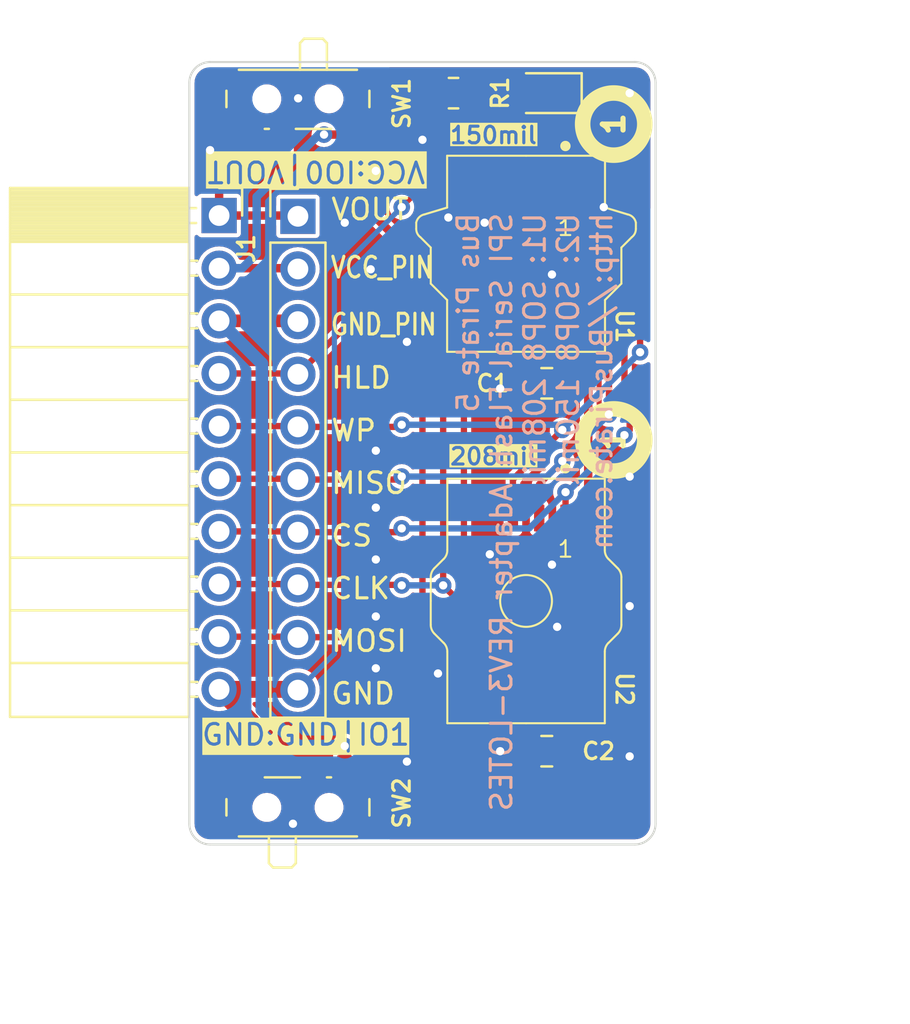
<source format=kicad_pcb>
(kicad_pcb (version 20221018) (generator pcbnew)
  (layers (0 "F.Cu" signal) (31 "B.Cu" signal) (34 "B.Paste" user) (35 "F.Paste" user) (36 "B.SilkS" user "B.Silkscreen") (37 "F.SilkS" user "F.Silkscreen") (38 "B.Mask" user) (39 "F.Mask" user) (44 "Edge.Cuts" user))
  (net 0 "")
  (net 1 "Net-(D1-A)")
  (net 2 "VOUT")
  (net 3 "GND")
  (net 4 "CDI")
  (net 5 "CS")
  (net 6 "SCLK")
  (net 7 "CDO")
  (net 8 "VCC_PIN")
  (net 9 "GND_PIN")
  (net 10 "WP")
  (net 11 "HOLD")
  (net 12 "VCC_CHIP")
  (net 13 "GND_CHIP")
  (footprint "LED_SMD:LED_0805_2012Metric" (layer "F.Cu") (at 154.25 69.5 180)
    (fp_text reference "D1" hide)
    (fp_text value "LED")
    (fp_line (start -1.685 -0.96) (end -1.685 0.96) (stroke (width 0.12)) (layer "F.SilkS"))
    (fp_line (start -1.685 0.96) (end 1 0.96) (stroke (width 0.12)) (layer "F.SilkS"))
    (fp_line (start 1 -0.96) (end -1.685 -0.96) (stroke (width 0.12)) (layer "F.SilkS"))
    (pad "1" smd roundrect (at -0.9375 0 180) (size 0.975 1.4) (layers "F.Cu" "F.Paste" "F.Mask") (net 3 "GND"))
    (pad "2" smd roundrect (at 0.9375 0 180) (size 0.975 1.4) (layers "F.Cu" "F.Paste" "F.Mask") (net 1 "Net-(D1-A)"))
  )
  (footprint "Button_Switch_SMD:SW_SPDT_PCM12" (layer "F.Cu") (at 142.24 70.104 180)
    (fp_text reference "SW1" (at -5.01 0.104 90) (layer "F.SilkS") (effects (font (size 0.8 0.8))))
    (fp_text value "SW_SPDT")
    (fp_line (start -3.45 -0.07) (end -3.45 0.72) (stroke (width 0.12)) (layer "F.SilkS"))
    (fp_line (start -2.85 1.73) (end 2.85 1.73) (stroke (width 0.12)) (layer "F.SilkS"))
    (fp_line (start -1.6 -1.12) (end 0.1 -1.12) (stroke (width 0.12)) (layer "F.SilkS"))
    (fp_line (start -1.4 1.73) (end -1.4 3.02) (stroke (width 0.12)) (layer "F.SilkS"))
    (fp_line (start -1.4 3.02) (end -1.2 3.23) (stroke (width 0.12)) (layer "F.SilkS"))
    (fp_line (start -1.2 3.23) (end -0.3 3.23) (stroke (width 0.12)) (layer "F.SilkS"))
    (fp_line (start -0.1 3.02) (end -0.3 3.23) (stroke (width 0.12)) (layer "F.SilkS"))
    (fp_line (start -0.1 3.02) (end -0.1 1.73) (stroke (width 0.12)) (layer "F.SilkS"))
    (fp_line (start 1.4 -1.12) (end 1.6 -1.12) (stroke (width 0.12)) (layer "F.SilkS"))
    (fp_line (start 3.45 0.72) (end 3.45 -0.07) (stroke (width 0.12)) (layer "F.SilkS"))
    (pad "" smd rect (at -3.65 -0.78 180) (size 1 0.8) (layers "F.Cu" "F.Paste" "F.Mask"))
    (pad "" smd rect (at -3.65 1.43 180) (size 1 0.8) (layers "F.Cu" "F.Paste" "F.Mask"))
    (pad "" np_thru_hole circle (at -1.5 0.33 180) (size 0.9 0.9) (drill 0.9) (layers "*.Cu" "*.Mask"))
    (pad "" np_thru_hole circle (at 1.5 0.33 180) (size 0.9 0.9) (drill 0.9) (layers "*.Cu" "*.Mask"))
    (pad "" smd rect (at 3.65 -0.78 180) (size 1 0.8) (layers "F.Cu" "F.Paste" "F.Mask"))
    (pad "" smd rect (at 3.65 1.43 180) (size 1 0.8) (layers "F.Cu" "F.Paste" "F.Mask"))
    (pad "1" smd rect (at -2.25 -1.43 180) (size 0.7 1.5) (layers "F.Cu" "F.Paste" "F.Mask") (net 8 "VCC_PIN"))
    (pad "2" smd rect (at 0.75 -1.43 180) (size 0.7 1.5) (layers "F.Cu" "F.Paste" "F.Mask") (net 12 "VCC_CHIP"))
    (pad "3" smd rect (at 2.25 -1.43 180) (size 0.7 1.5) (layers "F.Cu" "F.Paste" "F.Mask") (net 2 "VOUT"))
  )
  (footprint "TEST_SOCKETS:ASPI0001-P001A" (layer "F.Cu") (at 153.25 77.25)
    (fp_text reference "U1" (at 4.75 3.5 -90 unlocked) (layer "F.SilkS") (effects (font (size 0.8 0.8))))
    (fp_text value "25LCxxx")
    (fp_text user "1" (at 1.905 -1.27 unlocked) (layer "F.SilkS") (effects (font (size 0.8 0.8) (thickness 0.1))))
    (fp_line (start -5.299999 -1.501905) (end -5.3 -1.2) (stroke (width 0.1)) (layer "F.SilkS"))
    (fp_line (start -5.1 -0.8) (end -4.6 -0.3) (stroke (width 0.1)) (layer "F.SilkS"))
    (fp_line (start -4.6 -0.3) (end -4.6 1.44) (stroke (width 0.1)) (layer "F.SilkS"))
    (fp_line (start -3.81 -4.73) (end -3.81 -2.23) (stroke (width 0.1)) (layer "F.SilkS"))
    (fp_line (start -3.81 -2.23) (end -4.898203 -1.900739) (stroke (width 0.1)) (layer "F.SilkS"))
    (fp_line (start -3.81 2.23) (end -4.6 1.44) (stroke (width 0.1)) (layer "F.SilkS"))
    (fp_line (start -3.81 4.73) (end -3.81 2.23) (stroke (width 0.1)) (layer "F.SilkS"))
    (fp_line (start 0 -4.73) (end -3.81 -4.73) (stroke (width 0.1)) (layer "F.SilkS"))
    (fp_line (start 0 -4.73) (end 3.81 -4.73) (stroke (width 0.1)) (layer "F.SilkS"))
    (fp_line (start 0 4.73) (end -3.81 4.73) (stroke (width 0.1)) (layer "F.SilkS"))
    (fp_line (start 0 4.73) (end 3.81 4.73) (stroke (width 0.1)) (layer "F.SilkS"))
    (fp_line (start 3.81 -4.73) (end 3.81 -2.23) (stroke (width 0.1)) (layer "F.SilkS"))
    (fp_line (start 3.81 -2.23) (end 4.898203 -1.900739) (stroke (width 0.1)) (layer "F.SilkS"))
    (fp_line (start 3.81 2.23) (end 4.6 1.44) (stroke (width 0.1)) (layer "F.SilkS"))
    (fp_line (start 3.81 4.73) (end 3.81 2.23) (stroke (width 0.1)) (layer "F.SilkS"))
    (fp_line (start 4.6 -0.3) (end 4.6 1.44) (stroke (width 0.1)) (layer "F.SilkS"))
    (fp_line (start 5.1 -0.8) (end 4.6 -0.3) (stroke (width 0.1)) (layer "F.SilkS"))
    (fp_line (start 5.299999 -1.501905) (end 5.3 -1.2) (stroke (width 0.1)) (layer "F.SilkS"))
    (fp_arc (start -5.299999 -1.501905) (mid -5.159484 -1.762153) (end -4.898203 -1.900739) (stroke (width 0.1)) (layer "F.SilkS"))
    (fp_arc (start -5.1 -0.8) (mid -5.247214 -0.976393) (end -5.3 -1.2) (stroke (width 0.1)) (layer "F.SilkS"))
    (fp_arc (start 4.898203 -1.900739) (mid 5.159484 -1.762153) (end 5.299999 -1.501905) (stroke (width 0.1)) (layer "F.SilkS"))
    (fp_arc (start 5.3 -1.2) (mid 5.247214 -0.976393) (end 5.1 -0.8) (stroke (width 0.1)) (layer "F.SilkS"))
    (fp_circle (center 1.9 -5.2) (end 2.1 -5.2) (stroke (width 0.1)) (fill solid) (layer "F.SilkS"))
    (pad "1" smd roundrect (at 1.905 -2.85) (size 0.5 1.3) (layers "F.Cu" "F.Paste" "F.Mask") (roundrect_rratio 0.1) (net 5 "CS"))
    (pad "2" smd roundrect (at 0.635 -2.85) (size 0.5 1.3) (layers "F.Cu" "F.Paste" "F.Mask") (roundrect_rratio 0.1) (net 4 "CDI"))
    (pad "3" smd roundrect (at -0.635 -2.85) (size 0.5 1.3) (layers "F.Cu" "F.Paste" "F.Mask") (roundrect_rratio 0.1) (net 10 "WP"))
    (pad "4" smd roundrect (at -1.905 -2.85) (size 0.5 1.3) (layers "F.Cu" "F.Paste" "F.Mask") (roundrect_rratio 0.1) (net 13 "GND_CHIP"))
    (pad "5" smd roundrect (at -1.905 2.85) (size 0.5 1.3) (layers "F.Cu" "F.Paste" "F.Mask") (roundrect_rratio 0.1) (net 7 "CDO"))
    (pad "6" smd roundrect (at -0.635 2.85) (size 0.5 1.3) (layers "F.Cu" "F.Paste" "F.Mask") (roundrect_rratio 0.1) (net 6 "SCLK"))
    (pad "7" smd roundrect (at 0.635 2.85) (size 0.5 1.3) (layers "F.Cu" "F.Paste" "F.Mask") (roundrect_rratio 0.1) (net 11 "HOLD"))
    (pad "8" smd roundrect (at 1.905 2.85) (size 0.5 1.3) (layers "F.Cu" "F.Paste" "F.Mask") (roundrect_rratio 0.1) (net 12 "VCC_CHIP"))
  )
  (footprint "TEST_SOCKETS:ACA-SPI-004-K01" (layer "F.Cu") (at 153.25 94)
    (fp_text reference "U2" (at 4.75 4.25 -90 unlocked) (layer "F.SilkS") (effects (font (size 0.8 0.8))))
    (fp_text value "25LCxxx")
    (fp_text user "1" (at 1.905 -2.5 unlocked) (layer "F.SilkS") (effects (font (size 0.8 0.8) (thickness 0.1))))
    (fp_line (start -4.6 0) (end -4.6 -1.15) (stroke (width 0.1)) (layer "F.SilkS"))
    (fp_line (start -4.6 0) (end -4.6 1.15) (stroke (width 0.1)) (layer "F.SilkS"))
    (fp_line (start -4.42184 -1.580116) (end -3.97816 -2.023796) (stroke (width 0.1)) (layer "F.SilkS"))
    (fp_line (start -4.42184 1.580116) (end -3.97816 2.023796) (stroke (width 0.1)) (layer "F.SilkS"))
    (fp_line (start -3.8 -2.45) (end -3.8 -5.9) (stroke (width 0.1)) (layer "F.SilkS"))
    (fp_line (start -3.8 2.45) (end -3.8 5.9) (stroke (width 0.1)) (layer "F.SilkS"))
    (fp_line (start -3.8 5.9) (end 0 5.9) (stroke (width 0.1)) (layer "F.SilkS"))
    (fp_line (start 0 -5.9) (end -3.8 -5.9) (stroke (width 0.1)) (layer "F.SilkS"))
    (fp_line (start 0 -5.9) (end 3.8 -5.9) (stroke (width 0.1)) (layer "F.SilkS"))
    (fp_line (start 3.8 -2.45) (end 3.8 -5.9) (stroke (width 0.1)) (layer "F.SilkS"))
    (fp_line (start 3.8 2.45) (end 3.8 5.9) (stroke (width 0.1)) (layer "F.SilkS"))
    (fp_line (start 3.8 5.9) (end 0 5.9) (stroke (width 0.1)) (layer "F.SilkS"))
    (fp_line (start 4.42184 -1.580116) (end 3.97816 -2.023796) (stroke (width 0.1)) (layer "F.SilkS"))
    (fp_line (start 4.42184 1.580116) (end 3.97816 2.023796) (stroke (width 0.1)) (layer "F.SilkS"))
    (fp_line (start 4.6 0) (end 4.6 -1.15) (stroke (width 0.1)) (layer "F.SilkS"))
    (fp_line (start 4.6 0) (end 4.6 1.15) (stroke (width 0.1)) (layer "F.SilkS"))
    (fp_arc (start -4.6 -1.15) (mid -4.553698 -1.382777) (end -4.42184 -1.580116) (stroke (width 0.1)) (layer "F.SilkS"))
    (fp_arc (start -4.42184 1.580116) (mid -4.553698 1.382777) (end -4.6 1.15) (stroke (width 0.1)) (layer "F.SilkS"))
    (fp_arc (start -3.97816 2.020155) (mid -3.846302 2.217494) (end -3.8 2.450271) (stroke (width 0.1)) (layer "F.SilkS"))
    (fp_arc (start -3.8 -2.450271) (mid -3.846302 -2.217494) (end -3.97816 -2.020155) (stroke (width 0.1)) (layer "F.SilkS"))
    (fp_arc (start 3.8 2.450271) (mid 3.846302 2.217494) (end 3.97816 2.020155) (stroke (width 0.1)) (layer "F.SilkS"))
    (fp_arc (start 3.97816 -2.020155) (mid 3.8463 -2.217489) (end 3.8 -2.450271) (stroke (width 0.1)) (layer "F.SilkS"))
    (fp_arc (start 4.42184 -1.580116) (mid 4.553693 -1.382776) (end 4.6 -1.15) (stroke (width 0.1)) (layer "F.SilkS"))
    (fp_arc (start 4.6 1.15) (mid 4.553699 1.382778) (end 4.42184 1.580116) (stroke (width 0.1)) (layer "F.SilkS"))
    (fp_circle (center 0 0) (end 1.25 0) (stroke (width 0.1)) (fill none) (layer "F.SilkS"))
    (fp_circle (center 1.9 -6.4) (end 2.1 -6.4) (stroke (width 0.1)) (fill solid) (layer "F.SilkS"))
    (pad "1" smd roundrect (at 1.905 -4) (size 0.5 1.3) (layers "F.Cu" "F.Paste" "F.Mask") (roundrect_rratio 0.1) (net 5 "CS"))
    (pad "2" smd roundrect (at 0.635 -4) (size 0.5 1.3) (layers "F.Cu" "F.Paste" "F.Mask") (roundrect_rratio 0.1) (net 4 "CDI"))
    (pad "3" smd roundrect (at -0.635 -4) (size 0.5 1.3) (layers "F.Cu" "F.Paste" "F.Mask") (roundrect_rratio 0.1) (net 10 "WP"))
    (pad "4" smd roundrect (at -1.905 -4) (size 0.5 1.3) (layers "F.Cu" "F.Paste" "F.Mask") (roundrect_rratio 0.1) (net 13 "GND_CHIP"))
    (pad "5" smd roundrect (at -1.905 4) (size 0.5 1.3) (layers "F.Cu" "F.Paste" "F.Mask") (roundrect_rratio 0.1) (net 7 "CDO"))
    (pad "6" smd roundrect (at -0.635 4) (size 0.5 1.3) (layers "F.Cu" "F.Paste" "F.Mask") (roundrect_rratio 0.1) (net 6 "SCLK"))
    (pad "7" smd roundrect (at 0.635 4) (size 0.5 1.3) (layers "F.Cu" "F.Paste" "F.Mask") (roundrect_rratio 0.1) (net 11 "HOLD"))
    (pad "8" smd roundrect (at 1.905 4) (size 0.5 1.3) (layers "F.Cu" "F.Paste" "F.Mask") (roundrect_rratio 0.1) (net 12 "VCC_CHIP"))
  )
  (footprint "Connector_PinSocket_2.54mm:PinSocket_1x10_P2.54mm_Horizontal" (layer "F.Cu") (at 138.437442 75.405607)
    (fp_text reference "J1" (at 1.312558 1.594393 90) (layer "F.SilkS") (effects (font (size 0.8 0.8))))
    (fp_text value "Conn_01x10" hide)
    (fp_line (start -10.09 -1.33) (end -10.09 24.19) (stroke (width 0.12)) (layer "F.SilkS"))
    (fp_line (start -10.09 -1.33) (end -1.46 -1.33) (stroke (width 0.12)) (layer "F.SilkS"))
    (fp_line (start -10.09 -1.21) (end -1.46 -1.21) (stroke (width 0.12)) (layer "F.SilkS"))
    (fp_line (start -10.09 -1.091905) (end -1.46 -1.091905) (stroke (width 0.12)) (layer "F.SilkS"))
    (fp_line (start -10.09 -0.97381) (end -1.46 -0.97381) (stroke (width 0.12)) (layer "F.SilkS"))
    (fp_line (start -10.09 -0.855715) (end -1.46 -0.855715) (stroke (width 0.12)) (layer "F.SilkS"))
    (fp_line (start -10.09 -0.73762) (end -1.46 -0.73762) (stroke (width 0.12)) (layer "F.SilkS"))
    (fp_line (start -10.09 -0.619525) (end -1.46 -0.619525) (stroke (width 0.12)) (layer "F.SilkS"))
    (fp_line (start -10.09 -0.50143) (end -1.46 -0.50143) (stroke (width 0.12)) (layer "F.SilkS"))
    (fp_line (start -10.09 -0.383335) (end -1.46 -0.383335) (stroke (width 0.12)) (layer "F.SilkS"))
    (fp_line (start -10.09 -0.26524) (end -1.46 -0.26524) (stroke (width 0.12)) (layer "F.SilkS"))
    (fp_line (start -10.09 -0.147145) (end -1.46 -0.147145) (stroke (width 0.12)) (layer "F.SilkS"))
    (fp_line (start -10.09 -0.02905) (end -1.46 -0.02905) (stroke (width 0.12)) (layer "F.SilkS"))
    (fp_line (start -10.09 0.089045) (end -1.46 0.089045) (stroke (width 0.12)) (layer "F.SilkS"))
    (fp_line (start -10.09 0.20714) (end -1.46 0.20714) (stroke (width 0.12)) (layer "F.SilkS"))
    (fp_line (start -10.09 0.325235) (end -1.46 0.325235) (stroke (width 0.12)) (layer "F.SilkS"))
    (fp_line (start -10.09 0.44333) (end -1.46 0.44333) (stroke (width 0.12)) (layer "F.SilkS"))
    (fp_line (start -10.09 0.561425) (end -1.46 0.561425) (stroke (width 0.12)) (layer "F.SilkS"))
    (fp_line (start -10.09 0.67952) (end -1.46 0.67952) (stroke (width 0.12)) (layer "F.SilkS"))
    (fp_line (start -10.09 0.797615) (end -1.46 0.797615) (stroke (width 0.12)) (layer "F.SilkS"))
    (fp_line (start -10.09 0.91571) (end -1.46 0.91571) (stroke (width 0.12)) (layer "F.SilkS"))
    (fp_line (start -10.09 1.033805) (end -1.46 1.033805) (stroke (width 0.12)) (layer "F.SilkS"))
    (fp_line (start -10.09 1.1519) (end -1.46 1.1519) (stroke (width 0.12)) (layer "F.SilkS"))
    (fp_line (start -10.09 1.27) (end -1.46 1.27) (stroke (width 0.12)) (layer "F.SilkS"))
    (fp_line (start -10.09 3.81) (end -1.46 3.81) (stroke (width 0.12)) (layer "F.SilkS"))
    (fp_line (start -10.09 6.35) (end -1.46 6.35) (stroke (width 0.12)) (layer "F.SilkS"))
    (fp_line (start -10.09 8.89) (end -1.46 8.89) (stroke (width 0.12)) (layer "F.SilkS"))
    (fp_line (start -10.09 11.43) (end -1.46 11.43) (stroke (width 0.12)) (layer "F.SilkS"))
    (fp_line (start -10.09 13.97) (end -1.46 13.97) (stroke (width 0.12)) (layer "F.SilkS"))
    (fp_line (start -10.09 16.51) (end -1.46 16.51) (stroke (width 0.12)) (layer "F.SilkS"))
    (fp_line (start -10.09 19.05) (end -1.46 19.05) (stroke (width 0.12)) (layer "F.SilkS"))
    (fp_line (start -10.09 21.59) (end -1.46 21.59) (stroke (width 0.12)) (layer "F.SilkS"))
    (fp_line (start -10.09 24.19) (end -1.46 24.19) (stroke (width 0.12)) (layer "F.SilkS"))
    (fp_line (start -1.46 -1.33) (end -1.46 24.19) (stroke (width 0.12)) (layer "F.SilkS"))
    (fp_line (start -1.46 -0.36) (end -1.11 -0.36) (stroke (width 0.12)) (layer "F.SilkS"))
    (fp_line (start -1.46 0.36) (end -1.11 0.36) (stroke (width 0.12)) (layer "F.SilkS"))
    (fp_line (start -1.46 2.18) (end -1.05 2.18) (stroke (width 0.12)) (layer "F.SilkS"))
    (fp_line (start -1.46 2.9) (end -1.05 2.9) (stroke (width 0.12)) (layer "F.SilkS"))
    (fp_line (start -1.46 4.72) (end -1.05 4.72) (stroke (width 0.12)) (layer "F.SilkS"))
    (fp_line (start -1.46 5.44) (end -1.05 5.44) (stroke (width 0.12)) (layer "F.SilkS"))
    (fp_line (start -1.46 7.26) (end -1.05 7.26) (stroke (width 0.12)) (layer "F.SilkS"))
    (fp_line (start -1.46 7.98) (end -1.05 7.98) (stroke (width 0.12)) (layer "F.SilkS"))
    (fp_line (start -1.46 9.8) (end -1.05 9.8) (stroke (width 0.12)) (layer "F.SilkS"))
    (fp_line (start -1.46 10.52) (end -1.05 10.52) (stroke (width 0.12)) (layer "F.SilkS"))
    (fp_line (start -1.46 12.34) (end -1.05 12.34) (stroke (width 0.12)) (layer "F.SilkS"))
    (fp_line (start -1.46 13.06) (end -1.05 13.06) (stroke (width 0.12)) (layer "F.SilkS"))
    (fp_line (start -1.46 14.88) (end -1.05 14.88) (stroke (width 0.12)) (layer "F.SilkS"))
    (fp_line (start -1.46 15.6) (end -1.05 15.6) (stroke (width 0.12)) (layer "F.SilkS"))
    (fp_line (start -1.46 17.42) (end -1.05 17.42) (stroke (width 0.12)) (layer "F.SilkS"))
    (fp_line (start -1.46 18.14) (end -1.05 18.14) (stroke (width 0.12)) (layer "F.SilkS"))
    (fp_line (start -1.46 19.96) (end -1.05 19.96) (stroke (width 0.12)) (layer "F.SilkS"))
    (fp_line (start -1.46 20.68) (end -1.05 20.68) (stroke (width 0.12)) (layer "F.SilkS"))
    (fp_line (start -1.46 22.5) (end -1.05 22.5) (stroke (width 0.12)) (layer "F.SilkS"))
    (fp_line (start -1.46 23.22) (end -1.05 23.22) (stroke (width 0.12)) (layer "F.SilkS"))
    (fp_line (start 0 -1.33) (end 1.11 -1.33) (stroke (width 0.12)) (layer "F.SilkS"))
    (fp_line (start 1.11 -1.33) (end 1.11 0) (stroke (width 0.12)) (layer "F.SilkS"))
    (pad "1" thru_hole rect (at 0 0) (size 1.7 1.7) (drill 1) (layers "*.Cu" "*.Mask") (net 2 "VOUT"))
    (pad "2" thru_hole oval (at 0 2.54) (size 1.7 1.7) (drill 1) (layers "*.Cu" "*.Mask") (net 8 "VCC_PIN"))
    (pad "3" thru_hole oval (at 0 5.08) (size 1.7 1.7) (drill 1) (layers "*.Cu" "*.Mask") (net 9 "GND_PIN"))
    (pad "4" thru_hole oval (at 0 7.62) (size 1.7 1.7) (drill 1) (layers "*.Cu" "*.Mask") (net 11 "HOLD"))
    (pad "5" thru_hole oval (at 0 10.16) (size 1.7 1.7) (drill 1) (layers "*.Cu" "*.Mask") (net 10 "WP"))
    (pad "6" thru_hole oval (at 0 12.7) (size 1.7 1.7) (drill 1) (layers "*.Cu" "*.Mask") (net 4 "CDI"))
    (pad "7" thru_hole oval (at 0 15.24) (size 1.7 1.7) (drill 1) (layers "*.Cu" "*.Mask") (net 5 "CS"))
    (pad "8" thru_hole oval (at 0 17.78) (size 1.7 1.7) (drill 1) (layers "*.Cu" "*.Mask") (net 6 "SCLK"))
    (pad "9" thru_hole oval (at 0 20.32) (size 1.7 1.7) (drill 1) (layers "*.Cu" "*.Mask") (net 7 "CDO"))
    (pad "10" thru_hole oval (at 0 22.86) (size 1.7 1.7) (drill 1) (layers "*.Cu" "*.Mask") (net 3 "GND"))
  )
  (footprint "Connector_PinHeader_2.54mm:PinHeader_1x10_P2.54mm_Vertical" (layer "F.Cu") (at 142.24 75.443)
    (fp_text reference "J2")
    (fp_text value "Conn_01x10" hide)
    (fp_line (start -1.33 -1.33) (end 0 -1.33) (stroke (width 0.12)) (layer "F.SilkS"))
    (fp_line (start -1.33 0) (end -1.33 -1.33) (stroke (width 0.12)) (layer "F.SilkS"))
    (fp_line (start -1.33 1.27) (end -1.33 24.19) (stroke (width 0.12)) (layer "F.SilkS"))
    (fp_line (start -1.33 1.27) (end 1.33 1.27) (stroke (width 0.12)) (layer "F.SilkS"))
    (fp_line (start -1.33 24.19) (end 1.33 24.19) (stroke (width 0.12)) (layer "F.SilkS"))
    (fp_line (start 1.33 1.27) (end 1.33 24.19) (stroke (width 0.12)) (layer "F.SilkS"))
    (pad "1" thru_hole rect (at 0 0) (size 1.7 1.7) (drill 1) (layers "*.Cu" "*.Mask") (net 2 "VOUT"))
    (pad "2" thru_hole oval (at 0 2.54) (size 1.7 1.7) (drill 1) (layers "*.Cu" "*.Mask") (net 8 "VCC_PIN"))
    (pad "3" thru_hole oval (at 0 5.08) (size 1.7 1.7) (drill 1) (layers "*.Cu" "*.Mask") (net 9 "GND_PIN"))
    (pad "4" thru_hole oval (at 0 7.62) (size 1.7 1.7) (drill 1) (layers "*.Cu" "*.Mask") (net 11 "HOLD"))
    (pad "5" thru_hole oval (at 0 10.16) (size 1.7 1.7) (drill 1) (layers "*.Cu" "*.Mask") (net 10 "WP"))
    (pad "6" thru_hole oval (at 0 12.7) (size 1.7 1.7) (drill 1) (layers "*.Cu" "*.Mask") (net 4 "CDI"))
    (pad "7" thru_hole oval (at 0 15.24) (size 1.7 1.7) (drill 1) (layers "*.Cu" "*.Mask") (net 5 "CS"))
    (pad "8" thru_hole oval (at 0 17.78) (size 1.7 1.7) (drill 1) (layers "*.Cu" "*.Mask") (net 6 "SCLK"))
    (pad "9" thru_hole oval (at 0 20.32) (size 1.7 1.7) (drill 1) (layers "*.Cu" "*.Mask") (net 7 "CDO"))
    (pad "10" thru_hole oval (at 0 22.86) (size 1.7 1.7) (drill 1) (layers "*.Cu" "*.Mask") (net 3 "GND"))
  )
  (footprint "Button_Switch_SMD:SW_SPDT_PCM12" (layer "F.Cu") (at 142.24 103.632)
    (fp_text reference "SW2" (at 5.01 0.118 -90) (layer "F.SilkS") (effects (font (size 0.8 0.8))))
    (fp_text value "SW_SPDT")
    (fp_line (start -3.45 -0.07) (end -3.45 0.72) (stroke (width 0.12)) (layer "F.SilkS"))
    (fp_line (start -2.85 1.73) (end 2.85 1.73) (stroke (width 0.12)) (layer "F.SilkS"))
    (fp_line (start -1.6 -1.12) (end 0.1 -1.12) (stroke (width 0.12)) (layer "F.SilkS"))
    (fp_line (start -1.4 1.73) (end -1.4 3.02) (stroke (width 0.12)) (layer "F.SilkS"))
    (fp_line (start -1.4 3.02) (end -1.2 3.23) (stroke (width 0.12)) (layer "F.SilkS"))
    (fp_line (start -1.2 3.23) (end -0.3 3.23) (stroke (width 0.12)) (layer "F.SilkS"))
    (fp_line (start -0.1 3.02) (end -0.3 3.23) (stroke (width 0.12)) (layer "F.SilkS"))
    (fp_line (start -0.1 3.02) (end -0.1 1.73) (stroke (width 0.12)) (layer "F.SilkS"))
    (fp_line (start 1.4 -1.12) (end 1.6 -1.12) (stroke (width 0.12)) (layer "F.SilkS"))
    (fp_line (start 3.45 0.72) (end 3.45 -0.07) (stroke (width 0.12)) (layer "F.SilkS"))
    (pad "" smd rect (at -3.65 -0.78) (size 1 0.8) (layers "F.Cu" "F.Paste" "F.Mask"))
    (pad "" smd rect (at -3.65 1.43) (size 1 0.8) (layers "F.Cu" "F.Paste" "F.Mask"))
    (pad "" np_thru_hole circle (at -1.5 0.33) (size 0.9 0.9) (drill 0.9) (layers "*.Cu" "*.Mask"))
    (pad "" np_thru_hole circle (at 1.5 0.33) (size 0.9 0.9) (drill 0.9) (layers "*.Cu" "*.Mask"))
    (pad "" smd rect (at 3.65 -0.78) (size 1 0.8) (layers "F.Cu" "F.Paste" "F.Mask"))
    (pad "" smd rect (at 3.65 1.43) (size 1 0.8) (layers "F.Cu" "F.Paste" "F.Mask"))
    (pad "1" smd rect (at -2.25 -1.43) (size 0.7 1.5) (layers "F.Cu" "F.Paste" "F.Mask") (net 3 "GND"))
    (pad "2" smd rect (at 0.75 -1.43) (size 0.7 1.5) (layers "F.Cu" "F.Paste" "F.Mask") (net 13 "GND_CHIP"))
    (pad "3" smd rect (at 2.25 -1.43) (size 0.7 1.5) (layers "F.Cu" "F.Paste" "F.Mask") (net 9 "GND_PIN"))
  )
  (footprint "Capacitor_SMD:C_0805_2012Metric" (layer "F.Cu") (at 154.25 101.25 180)
    (fp_text reference "C2" (at -2.5 0) (layer "F.SilkS") (effects (font (size 0.8 0.8))))
    (fp_text value "0.1uF")
    (fp_line (start -0.261252 -0.735) (end 0.261252 -0.735) (stroke (width 0.12)) (layer "F.SilkS"))
    (fp_line (start -0.261252 0.735) (end 0.261252 0.735) (stroke (width 0.12)) (layer "F.SilkS"))
    (pad "1" smd roundrect (at -0.95 0 180) (size 1 1.45) (layers "F.Cu" "F.Paste" "F.Mask") (net 12 "VCC_CHIP"))
    (pad "2" smd roundrect (at 0.95 0 180) (size 1 1.45) (layers "F.Cu" "F.Paste" "F.Mask") (net 13 "GND_CHIP"))
  )
  (footprint "Resistor_SMD:R_0805_2012Metric" (layer "F.Cu") (at 149.75 69.5)
    (fp_text reference "R1" (at 2.25 0 90) (layer "F.SilkS") (effects (font (size 0.8 0.8))))
    (fp_text value "2K")
    (fp_line (start -0.227064 -0.735) (end 0.227064 -0.735) (stroke (width 0.12)) (layer "F.SilkS"))
    (fp_line (start -0.227064 0.735) (end 0.227064 0.735) (stroke (width 0.12)) (layer "F.SilkS"))
    (pad "1" smd roundrect (at -0.9125 0) (size 1.025 1.4) (layers "F.Cu" "F.Paste" "F.Mask") (roundrect_rratio 0.243902439) (net 2 "VOUT"))
    (pad "2" smd roundrect (at 0.9125 0) (size 1.025 1.4) (layers "F.Cu" "F.Paste" "F.Mask") (roundrect_rratio 0.243902439) (net 1 "Net-(D1-A)"))
  )
  (footprint "Capacitor_SMD:C_0805_2012Metric" (layer "F.Cu") (at 154.25 83.5 180)
    (fp_text reference "C1" (at 2.606 0) (layer "F.SilkS") (effects (font (size 0.8 0.8))))
    (fp_text value "0.1uF")
    (fp_line (start -0.261252 -0.735) (end 0.261252 -0.735) (stroke (width 0.12)) (layer "F.SilkS"))
    (fp_line (start -0.261252 0.735) (end 0.261252 0.735) (stroke (width 0.12)) (layer "F.SilkS"))
    (pad "1" smd roundrect (at -0.95 0 180) (size 1 1.45) (layers "F.Cu" "F.Paste" "F.Mask") (net 12 "VCC_CHIP"))
    (pad "2" smd roundrect (at 0.95 0 180) (size 1 1.45) (layers "F.Cu" "F.Paste" "F.Mask") (net 13 "GND_CHIP"))
  )
  (gr_circle (center 157.48 86.233) (end 157.48 84.733) (stroke (width 0.75)) (fill none) (layer "F.SilkS"))
  (gr_circle (center 157.48 70.993) (end 157.48 69.493) (stroke (width 0.75)) (fill none) (layer "F.SilkS"))
  (gr_line (start 138 68) (end 158.5 68) (stroke (width 0.1)) (layer "Edge.Cuts"))
  (gr_line (start 138 105.75) (end 158.5 105.75) (stroke (width 0.1)) (layer "Edge.Cuts"))
  (gr_line (start 137 69) (end 137 104.75) (stroke (width 0.1)) (layer "Edge.Cuts"))
  (gr_arc (start 159.5 104.75) (mid 159.207106 105.457104) (end 158.5 105.75) (stroke (width 0.1)) (layer "Edge.Cuts"))
  (gr_arc (start 158.5 68) (mid 159.207111 68.292891) (end 159.5 69) (stroke (width 0.1)) (layer "Edge.Cuts"))
  (gr_line (start 159.5 69) (end 159.5 104.75) (stroke (width 0.1)) (layer "Edge.Cuts"))
  (gr_arc (start 138 105.75) (mid 137.292893 105.457107) (end 137 104.75) (stroke (width 0.1)) (layer "Edge.Cuts"))
  (gr_arc (start 137 69) (mid 137.292893 68.292893) (end 138 68) (stroke (width 0.1)) (layer "Edge.Cuts"))
  (gr_text "Bus Pirate 5\nSPI Serial Flash Adapter REV3-LOTES\nU1: SOP8 208mil\nU2: SOP8 150mil\nhttp://BusPirate.com" (at 157.48 75.184 90) (layer "B.SilkS") (effects (font (size 1 1)) (justify left bottom mirror)))
  (gr_text "HLD" (at 143.764 83.82) (layer "F.SilkS") (effects (font (size 1 1)) (justify left bottom)))
  (gr_text "150mil" (at 149.5 72) (layer "F.SilkS" knockout) (effects (font (size 0.8 0.8)) (justify left bottom)))
  (gr_text "GND:GND|IO1" (at 142.621 100.457) (layer "F.SilkS" knockout) (effects (font (size 1 1))))
  (gr_text "WP" (at 143.764 86.36) (layer "F.SilkS") (effects (font (size 1 1)) (justify left bottom)))
  (gr_text "1" (at 157.48 86.233 90) (layer "F.SilkS") (effects (font (size 1 1) (thickness 0.25) bold)))
  (gr_text "VCC_PIN" (at 143.75 78.5) (layer "F.SilkS") (effects (font (size 1 0.8)) (justify left bottom)))
  (gr_text "MISO" (at 143.764 88.9) (layer "F.SilkS") (effects (font (size 1 1)) (justify left bottom)))
  (gr_text "MOSI" (at 143.764 96.52) (layer "F.SilkS") (effects (font (size 1 1)) (justify left bottom)))
  (gr_text "CLK" (at 143.764 93.98) (layer "F.SilkS") (effects (font (size 1 1)) (justify left bottom)))
  (gr_text "VOUT" (at 143.764 75.692) (layer "F.SilkS") (effects (font (size 1 1)) (justify left bottom)))
  (gr_text "208mil" (at 149.5 87.5) (layer "F.SilkS" knockout) (effects (font (size 0.8 0.8)) (justify left bottom)))
  (gr_text "GND_PIN" (at 143.75 81.25) (layer "F.SilkS") (effects (font (size 1 0.8)) (justify left bottom)))
  (gr_text "GND" (at 143.764 99.06) (layer "F.SilkS") (effects (font (size 1 1)) (justify left bottom)))
  (gr_text "VCC:IO0|VOUT" (at 143.129 73.279 180) (layer "F.SilkS" knockout) (effects (font (size 1 1))))
  (gr_text "1" (at 157.48 70.993 90) (layer "F.SilkS") (effects (font (size 1 1) (thickness 0.25) bold)))
  (gr_text "CS" (at 143.764 91.44) (layer "F.SilkS") (effects (font (size 1 1)) (justify left bottom)))
  (segment (start 150.6625 69.5) (end 153.3125 69.5) (width 0.25) (layer "F.Cu") (net 1))
  (segment (start 139.99 71.534) (end 139.99 72.01) (width 0.4064) (layer "F.Cu") (net 2))
  (segment (start 145.25 69.5) (end 148.8375 69.5) (width 0.25) (layer "F.Cu") (net 2))
  (segment (start 140.5 68.5) (end 144.25 68.5) (width 0.25) (layer "F.Cu") (net 2))
  (segment (start 144.25 68.5) (end 145.25 69.5) (width 0.25) (layer "F.Cu") (net 2))
  (segment (start 138.437442 75.405607) (end 142.202607 75.405607) (width 0.4064) (layer "F.Cu") (net 2))
  (segment (start 138.437442 73.562558) (end 138.437442 75.405607) (width 0.4064) (layer "F.Cu") (net 2))
  (segment (start 139.99 71.534) (end 139.99 70.74) (width 0.25) (layer "F.Cu") (net 2))
  (segment (start 139.99 70.74) (end 139.75 70.5) (width 0.25) (layer "F.Cu") (net 2))
  (segment (start 139.75 69.25) (end 140.5 68.5) (width 0.25) (layer "F.Cu") (net 2))
  (segment (start 142.202607 75.405607) (end 142.24 75.443) (width 0.4064) (layer "F.Cu") (net 2))
  (segment (start 139.99 72.01) (end 138.437442 73.562558) (width 0.4064) (layer "F.Cu") (net 2))
  (segment (start 139.75 70.5) (end 139.75 69.25) (width 0.25) (layer "F.Cu") (net 2))
  (segment (start 150.75 71.5) (end 147.25 75) (width 0.25) (layer "F.Cu") (net 3))
  (segment (start 155.1875 69.5) (end 153.1875 71.5) (width 0.25) (layer "F.Cu") (net 3))
  (segment (start 153.1875 71.5) (end 150.75 71.5) (width 0.25) (layer "F.Cu") (net 3))
  (segment (start 138.437442 98.265607) (end 142.202607 98.265607) (width 0.8128) (layer "F.Cu") (net 3))
  (segment (start 139.99 99.818165) (end 138.437442 98.265607) (width 0.8128) (layer "F.Cu") (net 3))
  (segment (start 139.99 102.202) (end 139.99 99.818165) (width 0.8128) (layer "F.Cu") (net 3))
  (segment (start 142.202607 98.265607) (end 142.24 98.303) (width 0.8128) (layer "F.Cu") (net 3))
  (via (at 147.25 75) (size 0.8) (drill 0.4) (layers "F.Cu" "B.Cu") (net 3))
  (segment (start 144 96.543) (end 144 78.25) (width 0.25) (layer "B.Cu") (net 3))
  (segment (start 142.24 98.303) (end 144 96.543) (width 0.25) (layer "B.Cu") (net 3))
  (segment (start 144 78.25) (end 147.25 75) (width 0.25) (layer "B.Cu") (net 3))
  (segment (start 138.437442 88.105607) (end 142.202607 88.105607) (width 0.3048) (layer "F.Cu") (net 4))
  (segment (start 153.885 88.365) (end 153.885 90) (width 0.3048) (layer "F.Cu") (net 4))
  (segment (start 153.885 74.885) (end 153.885 74.4) (width 0.3048) (layer "F.Cu") (net 4))
  (segment (start 157.2476 85) (end 157.25 84.9976) (width 0.3048) (layer "F.Cu") (net 4))
  (segment (start 155 87.25) (end 153.885 88.365) (width 0.3048) (layer "F.Cu") (net 4))
  (segment (start 142.24 88.143) (end 147.107 88.143) (width 0.3048) (layer "F.Cu") (net 4))
  (segment (start 142.202607 88.105607) (end 142.24 88.143) (width 0.3048) (layer "F.Cu") (net 4))
  (segment (start 157.25 78.25) (end 153.885 74.885) (width 0.3048) (layer "F.Cu") (net 4))
  (segment (start 157.25 84.9976) (end 157.25 78.25) (width 0.3048) (layer "F.Cu") (net 4))
  (segment (start 147.107 88.143) (end 147.25 88) (width 0.3048) (layer "F.Cu") (net 4))
  (via (at 157.2476 85) (size 0.8) (drill 0.4) (layers "F.Cu" "B.Cu") (net 4))
  (via (at 147.25 88) (size 0.8) (drill 0.4) (layers "F.Cu" "B.Cu") (net 4))
  (via (at 155 87.25) (size 0.8) (drill 0.4) (layers "F.Cu" "B.Cu") (net 4))
  (segment (start 147.25 88) (end 154.25 88) (width 0.3048) (layer "B.Cu") (net 4))
  (segment (start 157.2476 85) (end 155 87.2476) (width 0.3048) (layer "B.Cu") (net 4))
  (segment (start 155 87.2476) (end 155 87.25) (width 0.3048) (layer "B.Cu") (net 4))
  (segment (start 154.25 88) (end 155 87.25) (width 0.3048) (layer "B.Cu") (net 4))
  (segment (start 158 83.75) (end 158 77.75) (width 0.3048) (layer "F.Cu") (net 5))
  (segment (start 155.155 88.75) (end 155.155 90) (width 0.3048) (layer "F.Cu") (net 5))
  (segment (start 158.25 84) (end 158 83.75) (width 0.3048) (layer "F.Cu") (net 5))
  (segment (start 158.25 85.75) (end 158.25 84) (width 0.3048) (layer "F.Cu") (net 5))
  (segment (start 138.437442 90.645607) (end 142.202607 90.645607) (width 0.3048) (layer "F.Cu") (net 5))
  (segment (start 158 77.75) (end 155.155 74.905) (width 0.3048) (layer "F.Cu") (net 5))
  (segment (start 147.067 90.683) (end 142.24 90.683) (width 0.3048) (layer "F.Cu") (net 5))
  (segment (start 155.155 74.905) (end 155.155 74.4) (width 0.3048) (layer "F.Cu") (net 5))
  (segment (start 147.25 90.5) (end 147.067 90.683) (width 0.3048) (layer "F.Cu") (net 5))
  (segment (start 142.202607 90.645607) (end 142.24 90.683) (width 0.3048) (layer "F.Cu") (net 5))
  (segment (start 158 86) (end 158.25 85.75) (width 0.3048) (layer "F.Cu") (net 5))
  (via (at 147.25 90.5) (size 0.8) (drill 0.4) (layers "F.Cu" "B.Cu") (net 5))
  (via (at 155.155 88.75) (size 0.8) (drill 0.4) (layers "F.Cu" "B.Cu") (net 5))
  (via (at 158 86) (size 0.8) (drill 0.4) (layers "F.Cu" "B.Cu") (net 5))
  (segment (start 147.25 90.5) (end 153.405 90.5) (width 0.3048) (layer "B.Cu") (net 5))
  (segment (start 153.405 90.5) (end 155.155 88.75) (width 0.3048) (layer "B.Cu") (net 5))
  (segment (start 155.25 88.75) (end 155.155 88.75) (width 0.3048) (layer "B.Cu") (net 5))
  (segment (start 158 86) (end 155.25 88.75) (width 0.3048) (layer "B.Cu") (net 5))
  (segment (start 142.202607 93.185607) (end 142.24 93.223) (width 0.3048) (layer "F.Cu") (net 6))
  (segment (start 149.25 93.25) (end 152.615 96.615) (width 0.3048) (layer "F.Cu") (net 6))
  (segment (start 149.25 84) (end 152.615 80.635) (width 0.3048) (layer "F.Cu") (net 6))
  (segment (start 138.437442 93.185607) (end 142.202607 93.185607) (width 0.3048) (layer "F.Cu") (net 6))
  (segment (start 152.615 96.615) (end 152.615 98) (width 0.3048) (layer "F.Cu") (net 6))
  (segment (start 147.223 93.223) (end 147.25 93.25) (width 0.3048) (layer "F.Cu") (net 6))
  (segment (start 149.25 93.25) (end 149.25 84) (width 0.3048) (layer "F.Cu") (net 6))
  (segment (start 142.24 93.223) (end 147.223 93.223) (width 0.3048) (layer "F.Cu") (net 6))
  (segment (start 152.615 80.635) (end 152.615 80.1) (width 0.3048) (layer "F.Cu") (net 6))
  (via (at 149.25 93.25) (size 0.8) (drill 0.4) (layers "F.Cu" "B.Cu") (net 6))
  (via (at 147.25 93.25) (size 0.8) (drill 0.4) (layers "F.Cu" "B.Cu") (net 6))
  (segment (start 149.25 93.25) (end 147.25 93.25) (width 0.3048) (layer "B.Cu") (net 6))
  (segment (start 151.345 96.845) (end 150.25 95.75) (width 0.3048) (layer "F.Cu") (net 7))
  (segment (start 151.345 98) (end 151.345 96.845) (width 0.3048) (layer "F.Cu") (net 7))
  (segment (start 148.25 83.75) (end 151.345 80.655) (width 0.3048) (layer "F.Cu") (net 7))
  (segment (start 151.345 80.655) (end 151.345 80.1) (width 0.3048) (layer "F.Cu") (net 7))
  (segment (start 142.24 95.763) (end 142.253 95.75) (width 0.3048) (layer "F.Cu") (net 7))
  (segment (start 138.437442 95.725607) (end 142.202607 95.725607) (width 0.3048) (layer "F.Cu") (net 7))
  (segment (start 142.202607 95.725607) (end 142.24 95.763) (width 0.3048) (layer "F.Cu") (net 7))
  (segment (start 150.25 95.75) (end 148.25 95.75) (width 0.3048) (layer "F.Cu") (net 7))
  (segment (start 148.25 95.75) (end 148.25 83.75) (width 0.3048) (layer "F.Cu") (net 7))
  (segment (start 142.253 95.75) (end 148.25 95.75) (width 0.3048) (layer "F.Cu") (net 7))
  (segment (start 144.456 71.5) (end 144.49 71.534) (width 0.4064) (layer "F.Cu") (net 8))
  (segment (start 142.202607 77.945607) (end 142.24 77.983) (width 0.4064) (layer "F.Cu") (net 8))
  (segment (start 138.437442 77.945607) (end 142.202607 77.945607) (width 0.4064) (layer "F.Cu") (net 8))
  (segment (start 143.5 71.5) (end 144.456 71.5) (width 0.4064) (layer "F.Cu") (net 8))
  (via (at 143.5 71.5) (size 0.8) (drill 0.4) (layers "F.Cu" "B.Cu") (net 8))
  (segment (start 140.25 74.5) (end 140.25 77.25) (width 0.4064) (layer "B.Cu") (net 8))
  (segment (start 143.5 71.5) (end 143.25 71.5) (width 0.4064) (layer "B.Cu") (net 8))
  (segment (start 143.25 71.5) (end 140.25 74.5) (width 0.4064) (layer "B.Cu") (net 8))
  (segment (start 140.25 77.25) (end 139.554393 77.945607) (width 0.4064) (layer "B.Cu") (net 8))
  (segment (start 139.554393 77.945607) (end 138.437442 77.945607) (width 0.4064) (layer "B.Cu") (net 8))
  (segment (start 144.5 101) (end 144.5 102.192) (width 0.6096) (layer "F.Cu") (net 9))
  (segment (start 138.437442 80.485607) (end 142.202607 80.485607) (width 0.6096) (layer "F.Cu") (net 9))
  (segment (start 144.5 102.192) (end 144.49 102.202) (width 0.6096) (layer "F.Cu") (net 9))
  (segment (start 142.202607 80.485607) (end 142.24 80.523) (width 0.6096) (layer "F.Cu") (net 9))
  (via (at 144.5 101) (size 0.8) (drill 0.4) (layers "F.Cu" "B.Cu") (net 9))
  (segment (start 140.5 82.548165) (end 138.437442 80.485607) (width 0.6096) (layer "B.Cu") (net 9))
  (segment (start 142.25 101) (end 140.5 99.25) (width 0.6096) (layer "B.Cu") (net 9))
  (segment (start 144.5 101) (end 142.25 101) (width 0.6096) (layer "B.Cu") (net 9))
  (segment (start 140.5 99.25) (end 140.5 82.548165) (width 0.6096) (layer "B.Cu") (net 9))
  (segment (start 142.24 85.603) (end 147.147 85.603) (width 0.3048) (layer "F.Cu") (net 10))
  (segment (start 147.147 85.603) (end 147.25 85.5) (width 0.3048) (layer "F.Cu") (net 10))
  (segment (start 158.7524 75.2524) (end 156.5 73) (width 0.3048) (layer "F.Cu") (net 10))
  (segment (start 152.615 73.385) (end 152.615 74.4) (width 0.3048) (layer "F.Cu") (net 10))
  (segment (start 142.202607 85.565607) (end 142.24 85.603) (width 0.3048) (layer "F.Cu") (net 10))
  (segment (start 153 73) (end 152.615 73.385) (width 0.3048) (layer "F.Cu") (net 10))
  (segment (start 155 85.75) (end 152.615 88.135) (width 0.3048) (layer "F.Cu") (net 10))
  (segment (start 158.7524 82) (end 158.7524 75.2524) (width 0.3048) (layer "F.Cu") (net 10))
  (segment (start 152.615 88.135) (end 152.615 90) (width 0.3048) (layer "F.Cu") (net 10))
  (segment (start 138.437442 85.565607) (end 142.202607 85.565607) (width 0.3048) (layer "F.Cu") (net 10))
  (segment (start 156.5 73) (end 153 73) (width 0.3048) (layer "F.Cu") (net 10))
  (via (at 158.7524 82) (size 0.8) (drill 0.4) (layers "F.Cu" "B.Cu") (net 10))
  (via (at 155 85.75) (size 0.8) (drill 0.4) (layers "F.Cu" "B.Cu") (net 10))
  (via (at 147.25 85.5) (size 0.8) (drill 0.4) (layers "F.Cu" "B.Cu") (net 10))
  (segment (start 154.75 85.5) (end 155 85.75) (width 0.3048) (layer "B.Cu") (net 10))
  (segment (start 147.25 85.5) (end 154.75 85.5) (width 0.3048) (layer "B.Cu") (net 10))
  (segment (start 158.7524 82) (end 155.0024 85.75) (width 0.3048) (layer "B.Cu") (net 10))
  (segment (start 155.0024 85.75) (end 155 85.75) (width 0.3048) (layer "B.Cu") (net 10))
  (segment (start 142.24 83.063) (end 147.303 78) (width 0.3048) (layer "F.Cu") (net 11))
  (segment (start 153.885 80.615) (end 153.885 80.1) (width 0.3048) (layer "F.Cu") (net 11))
  (segment (start 138.437442 83.025607) (end 142.202607 83.025607) (width 0.3048) (layer "F.Cu") (net 11))
  (segment (start 153.885 96.385) (end 150.25 92.75) (width 0.3048) (layer "F.Cu") (net 11))
  (segment (start 153.885 98) (end 153.885 96.385) (width 0.3048) (layer "F.Cu") (net 11))
  (segment (start 147.303 78) (end 153 78) (width 0.3048) (layer "F.Cu") (net 11))
  (segment (start 153 78) (end 153.885 78.885) (width 0.3048) (layer "F.Cu") (net 11))
  (segment (start 150.25 92.75) (end 150.25 84.25) (width 0.3048) (layer "F.Cu") (net 11))
  (segment (start 150.25 84.25) (end 153.885 80.615) (width 0.3048) (layer "F.Cu") (net 11))
  (segment (start 153.885 78.885) (end 153.885 80.1) (width 0.3048) (layer "F.Cu") (net 11))
  (segment (start 142.202607 83.025607) (end 142.24 83.063) (width 0.3048) (layer "F.Cu") (net 11))
  (segment (start 141.49 71.534) (end 141.49 72.49) (width 0.4064) (layer "F.Cu") (net 12))
  (segment (start 147.5 77) (end 154.5 77) (width 0.4064) (layer "F.Cu") (net 12))
  (segment (start 155.155 80.1) (end 155.155 83.455) (width 0.6096) (layer "F.Cu") (net 12))
  (segment (start 155.155 98) (end 155.155 101.205) (width 0.6096) (layer "F.Cu") (net 12))
  (segment (start 154.5 77) (end 156.25 78.75) (width 0.4064) (layer "F.Cu") (net 12))
  (segment (start 142.5 73.5) (end 144 73.5) (width 0.4064) (layer "F.Cu") (net 12))
  (segment (start 144 73.5) (end 147.5 77) (width 0.4064) (layer "F.Cu") (net 12))
  (segment (start 156.25 78.75) (end 156.25 83.5) (width 0.4064) (layer "F.Cu") (net 12))
  (segment (start 156.25 83.5) (end 156.25 101) (width 0.4064) (layer "F.Cu") (net 12))
  (segment (start 155.155 83.455) (end 155.2 83.5) (width 0.6096) (layer "F.Cu") (net 12))
  (segment (start 155.2 83.5) (end 156.25 83.5) (width 0.4064) (layer "F.Cu") (net 12))
  (segment (start 141.49 72.49) (end 142.5 73.5) (width 0.4064) (layer "F.Cu") (net 12))
  (segment (start 155.155 101.205) (end 155.2 101.25) (width 0.6096) (layer "F.Cu") (net 12))
  (segment (start 156 101.25) (end 155.2 101.25) (width 0.4064) (layer "F.Cu") (net 12))
  (segment (start 156.25 101) (end 156 101.25) (width 0.4064) (layer "F.Cu") (net 12))
  (segment (start 152 101.25) (end 148.75 101.25) (width 0.6096) (layer "F.Cu") (net 13))
  (segment (start 142.99 100.76) (end 142.99 102.202) (width 0.6096) (layer "F.Cu") (net 13))
  (segment (start 153.3 101.25) (end 152 101.25) (width 0.6096) (layer "F.Cu") (net 13))
  (segment (start 147.5 100) (end 143.75 100) (width 0.6096) (layer "F.Cu") (net 13))
  (segment (start 153.05 83.75) (end 153.3 83.5) (width 0.6096) (layer "F.Cu") (net 13))
  (segment (start 152 83.75) (end 153.05 83.75) (width 0.6096) (layer "F.Cu") (net 13))
  (segment (start 151.345 75.655) (end 151.25 75.75) (width 0.6096) (layer "F.Cu") (net 13))
  (segment (start 151.345 91.595) (end 151.5 91.75) (width 0.6096) (layer "F.Cu") (net 13))
  (segment (start 143.75 100) (end 142.99 100.76) (width 0.6096) (layer "F.Cu") (net 13))
  (segment (start 151.345 90) (end 151.345 91.595) (width 0.6096) (layer "F.Cu") (net 13))
  (segment (start 151.345 84.405) (end 151.345 90) (width 0.6096) (layer "F.Cu") (net 13))
  (segment (start 148.75 101.25) (end 147.5 100) (width 0.6096) (layer "F.Cu") (net 13))
  (segment (start 151.345 74.4) (end 151.345 75.655) (width 0.6096) (layer "F.Cu") (net 13))
  (segment (start 152 83.75) (end 151.345 84.405) (width 0.6096) (layer "F.Cu") (net 13))
  (via (at 144.5 75.75) (size 0.8) (drill 0.4) (layers "F.Cu" "B.Cu") (net 13))
  (via (at 158.25 69.5) (size 0.8) (drill 0.4) (layers "F.Cu" "B.Cu") (net 13))
  (via (at 158.25 88) (size 0.8) (drill 0.4) (layers "F.Cu" "B.Cu") (net 13))
  (via (at 147.5 101.75) (size 0.8) (drill 0.4) (layers "F.Cu" "B.Cu") (net 13))
  (via (at 152 101.25) (size 0.8) (drill 0.4) (layers "F.Cu" "B.Cu") (net 13))
  (via (at 147.5 81.5) (size 0.8) (drill 0.4) (layers "F.Cu" "B.Cu") (net 13))
  (via (at 152 83.75) (size 0.8) (drill 0.4) (layers "F.Cu" "B.Cu") (net 13))
  (via (at 149.5 75.5) (size 0.8) (drill 0.4) (layers "F.Cu" "B.Cu") (net 13))
  (via (at 145.75 78) (size 0.8) (drill 0.4) (layers "F.Cu" "B.Cu") (net 13))
  (via (at 149 97.5) (size 0.8) (drill 0.4) (layers "F.Cu" "B.Cu") (net 13))
  (via (at 154.5 78.25) (size 0.8) (drill 0.4) (layers "F.Cu" "B.Cu") (net 13))
  (via (at 146 92) (size 0.8) (drill 0.4) (layers "F.Cu" "B.Cu") (net 13))
  (via (at 146 89.5) (size 0.8) (drill 0.4) (layers "F.Cu" "B.Cu") (net 13))
  (via (at 151.25 75.75) (size 0.8) (drill 0.4) (layers "F.Cu" "B.Cu") (net 13))
  (via (at 146 94.75) (size 0.8) (drill 0.4) (layers "F.Cu" "B.Cu") (net 13))
  (via (at 146 97.25) (size 0.8) (drill 0.4) (layers "F.Cu" "B.Cu") (net 13))
  (via (at 154.75 95.25) (size 0.8) (drill 0.4) (layers "F.Cu" "B.Cu") (net 13))
  (via (at 154.5 92.25) (size 0.8) (drill 0.4) (layers "F.Cu" "B.Cu") (net 13))
  (via (at 158.25 94.25) (size 0.8) (drill 0.4) (layers "F.Cu" "B.Cu") (net 13))
  (via (at 158.25 101.5) (size 0.8) (drill 0.4) (layers "F.Cu" "B.Cu") (net 13))
  (via (at 148.25 71.75) (size 0.8) (drill 0.4) (layers "F.Cu" "B.Cu") (net 13))
  (via (at 157 75) (size 0.8) (drill 0.4) (layers "F.Cu" "B.Cu") (net 13))
  (via (at 138 72.25) (size 0.8) (drill 0.4) (layers "F.Cu" "B.Cu") (net 13))
  (via (at 146 73.25) (size 0.8) (drill 0.4) (layers "F.Cu" "B.Cu") (net 13))
  (via (at 142 104.75) (size 0.8) (drill 0.4) (layers "F.Cu" "B.Cu") (net 13))
  (via (at 151.5 91.75) (size 0.8) (drill 0.4) (layers "F.Cu" "B.Cu") (net 13))
  (via (at 142.25 69.75) (size 0.8) (drill 0.4) (layers "F.Cu" "B.Cu") (net 13))
  (via (at 146 86.75) (size 0.8) (drill 0.4) (layers "F.Cu" "B.Cu") (net 13))
  (segment (start 152 92.25) (end 151.5 91.75) (width 0.6096) (layer "B.Cu") (net 13))
  (segment (start 151.25 83) (end 152 83.75) (width 0.6096) (layer "B.Cu") (net 13))
  (segment (start 151.25 75.75) (end 151.25 83) (width 0.6096) (layer "B.Cu") (net 13))
  (segment (start 152 101.25) (end 152 92.25) (width 0.6096) (layer "B.Cu") (net 13))
  (zone (net 13) (net_name "GND_CHIP") (layers "F&B.Cu") (connect_pads thru_hole_only (clearance 0.2)) (min_thickness 0.2) (fill yes (thermal_gap 0.3) (thermal_bridge_width 0.5) (smoothing fillet) (radius 0.5))
    (polygon (pts (xy 137 68) (xy 159.5 68) (xy 159.5 105.75) (xy 137 105.75)))
  )
)
</source>
